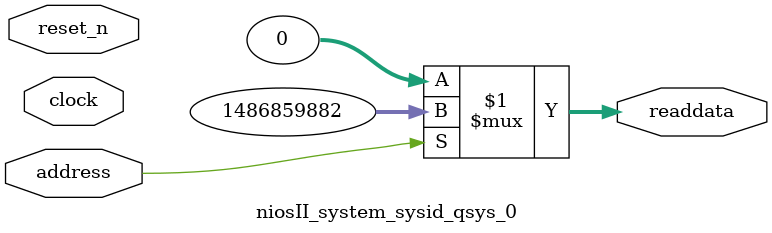
<source format=v>

`timescale 1ns / 1ps
// synthesis translate_on

// turn off superfluous verilog processor warnings 
// altera message_level Level1 
// altera message_off 10034 10035 10036 10037 10230 10240 10030 

module niosII_system_sysid_qsys_0 (
               // inputs:
                address,
                clock,
                reset_n,

               // outputs:
                readdata
             )
;

  output  [ 31: 0] readdata;
  input            address;
  input            clock;
  input            reset_n;

  wire    [ 31: 0] readdata;
  //control_slave, which is an e_avalon_slave
  assign readdata = address ? 1486859882 : 0;

endmodule




</source>
